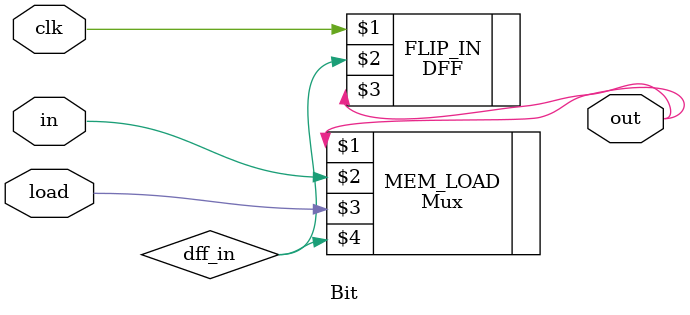
<source format=v>
/**
 * 1-bit register:
 * If load[t] == 1 then out[t+1] = in[t]
 *    else out does not change (out[t+1] = out[t])
 */

`default_nettype none
module Bit(
	input clk,
	input in,
	input load,
	output out
);

	wire dff_out;
	wire dff_in;

	DFF FLIP_IN(
		clk,
		dff_in,
		out
	);

	Mux MEM_LOAD(
		out,
		in,
		load,
		dff_in
	);

endmodule

</source>
